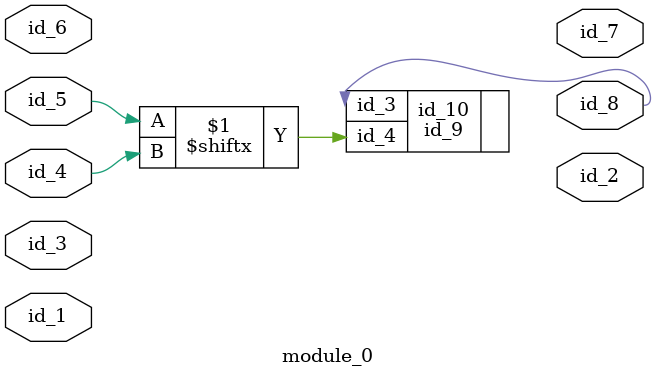
<source format=v>
module module_0 (
    id_1,
    id_2,
    id_3,
    id_4,
    id_5,
    id_6,
    id_7,
    id_8
);
  output id_8;
  output id_7;
  input id_6;
  input id_5;
  input id_4;
  input id_3;
  output id_2;
  input id_1;
  id_9 id_10 (
      .id_3(id_8),
      .id_4(id_5[id_4])
  );
endmodule

</source>
